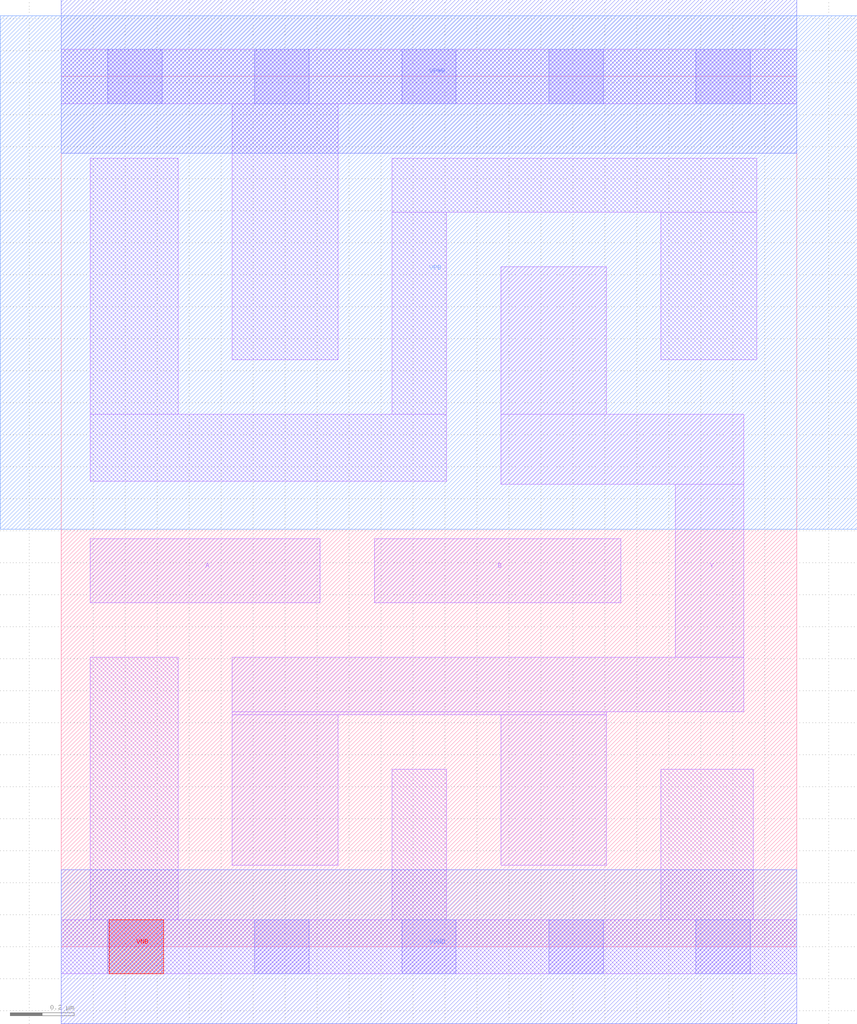
<source format=lef>
# Copyright 2020 The SkyWater PDK Authors
#
# Licensed under the Apache License, Version 2.0 (the "License");
# you may not use this file except in compliance with the License.
# You may obtain a copy of the License at
#
#     https://www.apache.org/licenses/LICENSE-2.0
#
# Unless required by applicable law or agreed to in writing, software
# distributed under the License is distributed on an "AS IS" BASIS,
# WITHOUT WARRANTIES OR CONDITIONS OF ANY KIND, either express or implied.
# See the License for the specific language governing permissions and
# limitations under the License.
#
# SPDX-License-Identifier: Apache-2.0

VERSION 5.7 ;
  NOWIREEXTENSIONATPIN ON ;
  DIVIDERCHAR "/" ;
  BUSBITCHARS "[]" ;
MACRO sky130_fd_sc_hd__nor2_2
  CLASS CORE ;
  FOREIGN sky130_fd_sc_hd__nor2_2 ;
  ORIGIN  0.000000  0.000000 ;
  SIZE  2.300000 BY  2.720000 ;
  SYMMETRY X Y R90 ;
  SITE unithd ;
  PIN A
    ANTENNAGATEAREA  0.495000 ;
    DIRECTION INPUT ;
    USE SIGNAL ;
    PORT
      LAYER li1 ;
        RECT 0.090000 1.075000 0.810000 1.275000 ;
    END
  END A
  PIN B
    ANTENNAGATEAREA  0.495000 ;
    DIRECTION INPUT ;
    USE SIGNAL ;
    PORT
      LAYER li1 ;
        RECT 0.980000 1.075000 1.750000 1.275000 ;
    END
  END B
  PIN VNB
    PORT
      LAYER pwell ;
        RECT 0.150000 -0.085000 0.320000 0.085000 ;
    END
  END VNB
  PIN VPB
    PORT
      LAYER nwell ;
        RECT -0.190000 1.305000 2.490000 2.910000 ;
    END
  END VPB
  PIN Y
    ANTENNADIFFAREA  0.621000 ;
    DIRECTION OUTPUT ;
    USE SIGNAL ;
    PORT
      LAYER li1 ;
        RECT 0.535000 0.255000 0.865000 0.725000 ;
        RECT 0.535000 0.725000 1.705000 0.735000 ;
        RECT 0.535000 0.735000 2.135000 0.905000 ;
        RECT 1.375000 0.255000 1.705000 0.725000 ;
        RECT 1.375000 1.445000 2.135000 1.665000 ;
        RECT 1.375000 1.665000 1.705000 2.125000 ;
        RECT 1.920000 0.905000 2.135000 1.445000 ;
    END
  END Y
  PIN VGND
    DIRECTION INOUT ;
    SHAPE ABUTMENT ;
    USE GROUND ;
    PORT
      LAYER met1 ;
        RECT 0.000000 -0.240000 2.300000 0.240000 ;
    END
  END VGND
  PIN VPWR
    DIRECTION INOUT ;
    SHAPE ABUTMENT ;
    USE POWER ;
    PORT
      LAYER met1 ;
        RECT 0.000000 2.480000 2.300000 2.960000 ;
    END
  END VPWR
  OBS
    LAYER li1 ;
      RECT 0.000000 -0.085000 2.300000 0.085000 ;
      RECT 0.000000  2.635000 2.300000 2.805000 ;
      RECT 0.090000  0.085000 0.365000 0.905000 ;
      RECT 0.090000  1.455000 1.205000 1.665000 ;
      RECT 0.090000  1.665000 0.365000 2.465000 ;
      RECT 0.535000  1.835000 0.865000 2.635000 ;
      RECT 1.035000  0.085000 1.205000 0.555000 ;
      RECT 1.035000  1.665000 1.205000 2.295000 ;
      RECT 1.035000  2.295000 2.175000 2.465000 ;
      RECT 1.875000  0.085000 2.165000 0.555000 ;
      RECT 1.875000  1.835000 2.175000 2.295000 ;
    LAYER mcon ;
      RECT 0.145000 -0.085000 0.315000 0.085000 ;
      RECT 0.145000  2.635000 0.315000 2.805000 ;
      RECT 0.605000 -0.085000 0.775000 0.085000 ;
      RECT 0.605000  2.635000 0.775000 2.805000 ;
      RECT 1.065000 -0.085000 1.235000 0.085000 ;
      RECT 1.065000  2.635000 1.235000 2.805000 ;
      RECT 1.525000 -0.085000 1.695000 0.085000 ;
      RECT 1.525000  2.635000 1.695000 2.805000 ;
      RECT 1.985000 -0.085000 2.155000 0.085000 ;
      RECT 1.985000  2.635000 2.155000 2.805000 ;
  END
END sky130_fd_sc_hd__nor2_2
END LIBRARY

</source>
